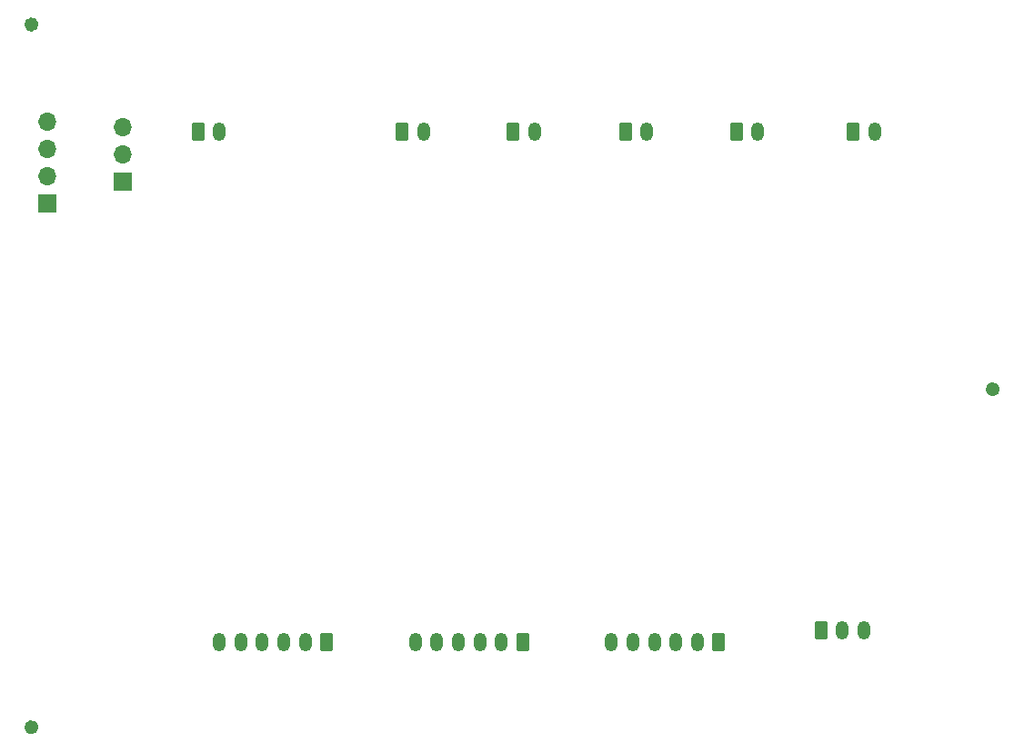
<source format=gbr>
G04 #@! TF.GenerationSoftware,KiCad,Pcbnew,(6.0.7)*
G04 #@! TF.CreationDate,2022-09-14T01:52:13-07:00*
G04 #@! TF.ProjectId,RobotDriver2_Blimp,526f626f-7444-4726-9976-6572325f426c,rev?*
G04 #@! TF.SameCoordinates,Original*
G04 #@! TF.FileFunction,Soldermask,Bot*
G04 #@! TF.FilePolarity,Negative*
%FSLAX46Y46*%
G04 Gerber Fmt 4.6, Leading zero omitted, Abs format (unit mm)*
G04 Created by KiCad (PCBNEW (6.0.7)) date 2022-09-14 01:52:13*
%MOMM*%
%LPD*%
G01*
G04 APERTURE LIST*
G04 Aperture macros list*
%AMRoundRect*
0 Rectangle with rounded corners*
0 $1 Rounding radius*
0 $2 $3 $4 $5 $6 $7 $8 $9 X,Y pos of 4 corners*
0 Add a 4 corners polygon primitive as box body*
4,1,4,$2,$3,$4,$5,$6,$7,$8,$9,$2,$3,0*
0 Add four circle primitives for the rounded corners*
1,1,$1+$1,$2,$3*
1,1,$1+$1,$4,$5*
1,1,$1+$1,$6,$7*
1,1,$1+$1,$8,$9*
0 Add four rect primitives between the rounded corners*
20,1,$1+$1,$2,$3,$4,$5,0*
20,1,$1+$1,$4,$5,$6,$7,0*
20,1,$1+$1,$6,$7,$8,$9,0*
20,1,$1+$1,$8,$9,$2,$3,0*%
G04 Aperture macros list end*
%ADD10C,0.650000*%
%ADD11RoundRect,0.250000X-0.350000X-0.625000X0.350000X-0.625000X0.350000X0.625000X-0.350000X0.625000X0*%
%ADD12O,1.200000X1.750000*%
%ADD13C,1.152000*%
%ADD14R,1.700000X1.700000*%
%ADD15O,1.700000X1.700000*%
%ADD16RoundRect,0.250000X0.350000X0.625000X-0.350000X0.625000X-0.350000X-0.625000X0.350000X-0.625000X0*%
G04 APERTURE END LIST*
D10*
X100825000Y-48000000D02*
G75*
G03*
X100825000Y-48000000I-325000J0D01*
G01*
X190325000Y-82000000D02*
G75*
G03*
X190325000Y-82000000I-325000J0D01*
G01*
X100825000Y-113500000D02*
G75*
G03*
X100825000Y-113500000I-325000J0D01*
G01*
D11*
X177000000Y-58000000D03*
D12*
X179000000Y-58000000D03*
D13*
X100500000Y-48000000D03*
X190000000Y-82000000D03*
D11*
X145332300Y-58000000D03*
D12*
X147332300Y-58000000D03*
D11*
X155807500Y-58000000D03*
D12*
X157807500Y-58000000D03*
D14*
X102000000Y-64700000D03*
D15*
X102000000Y-62160000D03*
X102000000Y-59620000D03*
X102000000Y-57080000D03*
D11*
X135000000Y-58000000D03*
D12*
X137000000Y-58000000D03*
D13*
X100500000Y-113500000D03*
D14*
X109000000Y-62650000D03*
D15*
X109000000Y-60110000D03*
X109000000Y-57570000D03*
D16*
X164500000Y-105550000D03*
D12*
X162500000Y-105550000D03*
X160500000Y-105550000D03*
X158500000Y-105550000D03*
X156500000Y-105550000D03*
X154500000Y-105550000D03*
D11*
X174000000Y-104450000D03*
D12*
X176000000Y-104450000D03*
X178000000Y-104450000D03*
D16*
X146250000Y-105550000D03*
D12*
X144250000Y-105550000D03*
X142250000Y-105550000D03*
X140250000Y-105550000D03*
X138250000Y-105550000D03*
X136250000Y-105550000D03*
D16*
X128000000Y-105550000D03*
D12*
X126000000Y-105550000D03*
X124000000Y-105550000D03*
X122000000Y-105550000D03*
X120000000Y-105550000D03*
X118000000Y-105550000D03*
D11*
X166139800Y-58000000D03*
D12*
X168139800Y-58000000D03*
D11*
X116000000Y-58000000D03*
D12*
X118000000Y-58000000D03*
M02*

</source>
